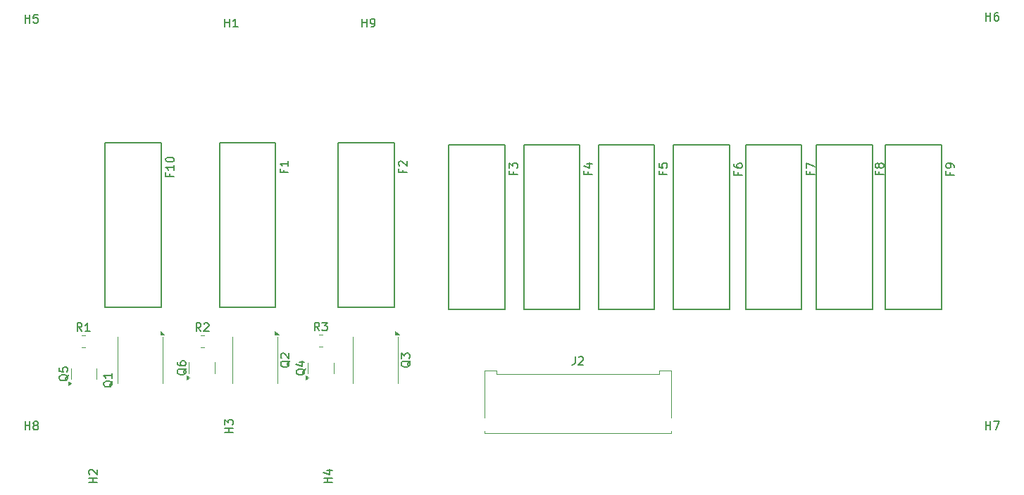
<source format=gbr>
%TF.GenerationSoftware,KiCad,Pcbnew,9.0.4*%
%TF.CreationDate,2026-02-19T19:41:56-08:00*%
%TF.ProjectId,Power_board,506f7765-725f-4626-9f61-72642e6b6963,rev?*%
%TF.SameCoordinates,Original*%
%TF.FileFunction,Legend,Top*%
%TF.FilePolarity,Positive*%
%FSLAX46Y46*%
G04 Gerber Fmt 4.6, Leading zero omitted, Abs format (unit mm)*
G04 Created by KiCad (PCBNEW 9.0.4) date 2026-02-19 19:41:56*
%MOMM*%
%LPD*%
G01*
G04 APERTURE LIST*
%ADD10C,0.150000*%
%ADD11C,0.127000*%
%ADD12C,0.120000*%
G04 APERTURE END LIST*
D10*
X158238095Y-36904819D02*
X158238095Y-35904819D01*
X158238095Y-36381009D02*
X158809523Y-36381009D01*
X158809523Y-36904819D02*
X158809523Y-35904819D01*
X159714285Y-35904819D02*
X159523809Y-35904819D01*
X159523809Y-35904819D02*
X159428571Y-35952438D01*
X159428571Y-35952438D02*
X159380952Y-36000057D01*
X159380952Y-36000057D02*
X159285714Y-36142914D01*
X159285714Y-36142914D02*
X159238095Y-36333390D01*
X159238095Y-36333390D02*
X159238095Y-36714342D01*
X159238095Y-36714342D02*
X159285714Y-36809580D01*
X159285714Y-36809580D02*
X159333333Y-36857200D01*
X159333333Y-36857200D02*
X159428571Y-36904819D01*
X159428571Y-36904819D02*
X159619047Y-36904819D01*
X159619047Y-36904819D02*
X159714285Y-36857200D01*
X159714285Y-36857200D02*
X159761904Y-36809580D01*
X159761904Y-36809580D02*
X159809523Y-36714342D01*
X159809523Y-36714342D02*
X159809523Y-36476247D01*
X159809523Y-36476247D02*
X159761904Y-36381009D01*
X159761904Y-36381009D02*
X159714285Y-36333390D01*
X159714285Y-36333390D02*
X159619047Y-36285771D01*
X159619047Y-36285771D02*
X159428571Y-36285771D01*
X159428571Y-36285771D02*
X159333333Y-36333390D01*
X159333333Y-36333390D02*
X159285714Y-36381009D01*
X159285714Y-36381009D02*
X159238095Y-36476247D01*
X110426009Y-55083333D02*
X110426009Y-55416666D01*
X110949819Y-55416666D02*
X109949819Y-55416666D01*
X109949819Y-55416666D02*
X109949819Y-54940476D01*
X110283152Y-54130952D02*
X110949819Y-54130952D01*
X109902200Y-54369047D02*
X110616485Y-54607142D01*
X110616485Y-54607142D02*
X110616485Y-53988095D01*
X108866666Y-77344819D02*
X108866666Y-78059104D01*
X108866666Y-78059104D02*
X108819047Y-78201961D01*
X108819047Y-78201961D02*
X108723809Y-78297200D01*
X108723809Y-78297200D02*
X108580952Y-78344819D01*
X108580952Y-78344819D02*
X108485714Y-78344819D01*
X109295238Y-77440057D02*
X109342857Y-77392438D01*
X109342857Y-77392438D02*
X109438095Y-77344819D01*
X109438095Y-77344819D02*
X109676190Y-77344819D01*
X109676190Y-77344819D02*
X109771428Y-77392438D01*
X109771428Y-77392438D02*
X109819047Y-77440057D01*
X109819047Y-77440057D02*
X109866666Y-77535295D01*
X109866666Y-77535295D02*
X109866666Y-77630533D01*
X109866666Y-77630533D02*
X109819047Y-77773390D01*
X109819047Y-77773390D02*
X109247619Y-78344819D01*
X109247619Y-78344819D02*
X109866666Y-78344819D01*
X73876009Y-54848333D02*
X73876009Y-55181666D01*
X74399819Y-55181666D02*
X73399819Y-55181666D01*
X73399819Y-55181666D02*
X73399819Y-54705476D01*
X74399819Y-53800714D02*
X74399819Y-54372142D01*
X74399819Y-54086428D02*
X73399819Y-54086428D01*
X73399819Y-54086428D02*
X73542676Y-54181666D01*
X73542676Y-54181666D02*
X73637914Y-54276904D01*
X73637914Y-54276904D02*
X73685533Y-54372142D01*
X63883333Y-74299819D02*
X63550000Y-73823628D01*
X63311905Y-74299819D02*
X63311905Y-73299819D01*
X63311905Y-73299819D02*
X63692857Y-73299819D01*
X63692857Y-73299819D02*
X63788095Y-73347438D01*
X63788095Y-73347438D02*
X63835714Y-73395057D01*
X63835714Y-73395057D02*
X63883333Y-73490295D01*
X63883333Y-73490295D02*
X63883333Y-73633152D01*
X63883333Y-73633152D02*
X63835714Y-73728390D01*
X63835714Y-73728390D02*
X63788095Y-73776009D01*
X63788095Y-73776009D02*
X63692857Y-73823628D01*
X63692857Y-73823628D02*
X63311905Y-73823628D01*
X64264286Y-73395057D02*
X64311905Y-73347438D01*
X64311905Y-73347438D02*
X64407143Y-73299819D01*
X64407143Y-73299819D02*
X64645238Y-73299819D01*
X64645238Y-73299819D02*
X64740476Y-73347438D01*
X64740476Y-73347438D02*
X64788095Y-73395057D01*
X64788095Y-73395057D02*
X64835714Y-73490295D01*
X64835714Y-73490295D02*
X64835714Y-73585533D01*
X64835714Y-73585533D02*
X64788095Y-73728390D01*
X64788095Y-73728390D02*
X64216667Y-74299819D01*
X64216667Y-74299819D02*
X64835714Y-74299819D01*
X78123333Y-74229819D02*
X77790000Y-73753628D01*
X77551905Y-74229819D02*
X77551905Y-73229819D01*
X77551905Y-73229819D02*
X77932857Y-73229819D01*
X77932857Y-73229819D02*
X78028095Y-73277438D01*
X78028095Y-73277438D02*
X78075714Y-73325057D01*
X78075714Y-73325057D02*
X78123333Y-73420295D01*
X78123333Y-73420295D02*
X78123333Y-73563152D01*
X78123333Y-73563152D02*
X78075714Y-73658390D01*
X78075714Y-73658390D02*
X78028095Y-73706009D01*
X78028095Y-73706009D02*
X77932857Y-73753628D01*
X77932857Y-73753628D02*
X77551905Y-73753628D01*
X78456667Y-73229819D02*
X79075714Y-73229819D01*
X79075714Y-73229819D02*
X78742381Y-73610771D01*
X78742381Y-73610771D02*
X78885238Y-73610771D01*
X78885238Y-73610771D02*
X78980476Y-73658390D01*
X78980476Y-73658390D02*
X79028095Y-73706009D01*
X79028095Y-73706009D02*
X79075714Y-73801247D01*
X79075714Y-73801247D02*
X79075714Y-74039342D01*
X79075714Y-74039342D02*
X79028095Y-74134580D01*
X79028095Y-74134580D02*
X78980476Y-74182200D01*
X78980476Y-74182200D02*
X78885238Y-74229819D01*
X78885238Y-74229819D02*
X78599524Y-74229819D01*
X78599524Y-74229819D02*
X78504286Y-74182200D01*
X78504286Y-74182200D02*
X78456667Y-74134580D01*
X101426009Y-55083333D02*
X101426009Y-55416666D01*
X101949819Y-55416666D02*
X100949819Y-55416666D01*
X100949819Y-55416666D02*
X100949819Y-54940476D01*
X100949819Y-54654761D02*
X100949819Y-54035714D01*
X100949819Y-54035714D02*
X101330771Y-54369047D01*
X101330771Y-54369047D02*
X101330771Y-54226190D01*
X101330771Y-54226190D02*
X101378390Y-54130952D01*
X101378390Y-54130952D02*
X101426009Y-54083333D01*
X101426009Y-54083333D02*
X101521247Y-54035714D01*
X101521247Y-54035714D02*
X101759342Y-54035714D01*
X101759342Y-54035714D02*
X101854580Y-54083333D01*
X101854580Y-54083333D02*
X101902200Y-54130952D01*
X101902200Y-54130952D02*
X101949819Y-54226190D01*
X101949819Y-54226190D02*
X101949819Y-54511904D01*
X101949819Y-54511904D02*
X101902200Y-54607142D01*
X101902200Y-54607142D02*
X101854580Y-54654761D01*
X158238095Y-86154819D02*
X158238095Y-85154819D01*
X158238095Y-85631009D02*
X158809523Y-85631009D01*
X158809523Y-86154819D02*
X158809523Y-85154819D01*
X159190476Y-85154819D02*
X159857142Y-85154819D01*
X159857142Y-85154819D02*
X159428571Y-86154819D01*
X119426009Y-55083333D02*
X119426009Y-55416666D01*
X119949819Y-55416666D02*
X118949819Y-55416666D01*
X118949819Y-55416666D02*
X118949819Y-54940476D01*
X118949819Y-54083333D02*
X118949819Y-54559523D01*
X118949819Y-54559523D02*
X119426009Y-54607142D01*
X119426009Y-54607142D02*
X119378390Y-54559523D01*
X119378390Y-54559523D02*
X119330771Y-54464285D01*
X119330771Y-54464285D02*
X119330771Y-54226190D01*
X119330771Y-54226190D02*
X119378390Y-54130952D01*
X119378390Y-54130952D02*
X119426009Y-54083333D01*
X119426009Y-54083333D02*
X119521247Y-54035714D01*
X119521247Y-54035714D02*
X119759342Y-54035714D01*
X119759342Y-54035714D02*
X119854580Y-54083333D01*
X119854580Y-54083333D02*
X119902200Y-54130952D01*
X119902200Y-54130952D02*
X119949819Y-54226190D01*
X119949819Y-54226190D02*
X119949819Y-54464285D01*
X119949819Y-54464285D02*
X119902200Y-54559523D01*
X119902200Y-54559523D02*
X119854580Y-54607142D01*
X42738095Y-86154819D02*
X42738095Y-85154819D01*
X42738095Y-85631009D02*
X43309523Y-85631009D01*
X43309523Y-86154819D02*
X43309523Y-85154819D01*
X43928571Y-85583390D02*
X43833333Y-85535771D01*
X43833333Y-85535771D02*
X43785714Y-85488152D01*
X43785714Y-85488152D02*
X43738095Y-85392914D01*
X43738095Y-85392914D02*
X43738095Y-85345295D01*
X43738095Y-85345295D02*
X43785714Y-85250057D01*
X43785714Y-85250057D02*
X43833333Y-85202438D01*
X43833333Y-85202438D02*
X43928571Y-85154819D01*
X43928571Y-85154819D02*
X44119047Y-85154819D01*
X44119047Y-85154819D02*
X44214285Y-85202438D01*
X44214285Y-85202438D02*
X44261904Y-85250057D01*
X44261904Y-85250057D02*
X44309523Y-85345295D01*
X44309523Y-85345295D02*
X44309523Y-85392914D01*
X44309523Y-85392914D02*
X44261904Y-85488152D01*
X44261904Y-85488152D02*
X44214285Y-85535771D01*
X44214285Y-85535771D02*
X44119047Y-85583390D01*
X44119047Y-85583390D02*
X43928571Y-85583390D01*
X43928571Y-85583390D02*
X43833333Y-85631009D01*
X43833333Y-85631009D02*
X43785714Y-85678628D01*
X43785714Y-85678628D02*
X43738095Y-85773866D01*
X43738095Y-85773866D02*
X43738095Y-85964342D01*
X43738095Y-85964342D02*
X43785714Y-86059580D01*
X43785714Y-86059580D02*
X43833333Y-86107200D01*
X43833333Y-86107200D02*
X43928571Y-86154819D01*
X43928571Y-86154819D02*
X44119047Y-86154819D01*
X44119047Y-86154819D02*
X44214285Y-86107200D01*
X44214285Y-86107200D02*
X44261904Y-86059580D01*
X44261904Y-86059580D02*
X44309523Y-85964342D01*
X44309523Y-85964342D02*
X44309523Y-85773866D01*
X44309523Y-85773866D02*
X44261904Y-85678628D01*
X44261904Y-85678628D02*
X44214285Y-85631009D01*
X44214285Y-85631009D02*
X44119047Y-85583390D01*
X42738095Y-37154819D02*
X42738095Y-36154819D01*
X42738095Y-36631009D02*
X43309523Y-36631009D01*
X43309523Y-37154819D02*
X43309523Y-36154819D01*
X44261904Y-36154819D02*
X43785714Y-36154819D01*
X43785714Y-36154819D02*
X43738095Y-36631009D01*
X43738095Y-36631009D02*
X43785714Y-36583390D01*
X43785714Y-36583390D02*
X43880952Y-36535771D01*
X43880952Y-36535771D02*
X44119047Y-36535771D01*
X44119047Y-36535771D02*
X44214285Y-36583390D01*
X44214285Y-36583390D02*
X44261904Y-36631009D01*
X44261904Y-36631009D02*
X44309523Y-36726247D01*
X44309523Y-36726247D02*
X44309523Y-36964342D01*
X44309523Y-36964342D02*
X44261904Y-37059580D01*
X44261904Y-37059580D02*
X44214285Y-37107200D01*
X44214285Y-37107200D02*
X44119047Y-37154819D01*
X44119047Y-37154819D02*
X43880952Y-37154819D01*
X43880952Y-37154819D02*
X43785714Y-37107200D01*
X43785714Y-37107200D02*
X43738095Y-37059580D01*
X79654819Y-92511904D02*
X78654819Y-92511904D01*
X79131009Y-92511904D02*
X79131009Y-91940476D01*
X79654819Y-91940476D02*
X78654819Y-91940476D01*
X78988152Y-91035714D02*
X79654819Y-91035714D01*
X78607200Y-91273809D02*
X79321485Y-91511904D01*
X79321485Y-91511904D02*
X79321485Y-90892857D01*
X145431009Y-55098333D02*
X145431009Y-55431666D01*
X145954819Y-55431666D02*
X144954819Y-55431666D01*
X144954819Y-55431666D02*
X144954819Y-54955476D01*
X145383390Y-54431666D02*
X145335771Y-54526904D01*
X145335771Y-54526904D02*
X145288152Y-54574523D01*
X145288152Y-54574523D02*
X145192914Y-54622142D01*
X145192914Y-54622142D02*
X145145295Y-54622142D01*
X145145295Y-54622142D02*
X145050057Y-54574523D01*
X145050057Y-54574523D02*
X145002438Y-54526904D01*
X145002438Y-54526904D02*
X144954819Y-54431666D01*
X144954819Y-54431666D02*
X144954819Y-54241190D01*
X144954819Y-54241190D02*
X145002438Y-54145952D01*
X145002438Y-54145952D02*
X145050057Y-54098333D01*
X145050057Y-54098333D02*
X145145295Y-54050714D01*
X145145295Y-54050714D02*
X145192914Y-54050714D01*
X145192914Y-54050714D02*
X145288152Y-54098333D01*
X145288152Y-54098333D02*
X145335771Y-54145952D01*
X145335771Y-54145952D02*
X145383390Y-54241190D01*
X145383390Y-54241190D02*
X145383390Y-54431666D01*
X145383390Y-54431666D02*
X145431009Y-54526904D01*
X145431009Y-54526904D02*
X145478628Y-54574523D01*
X145478628Y-54574523D02*
X145573866Y-54622142D01*
X145573866Y-54622142D02*
X145764342Y-54622142D01*
X145764342Y-54622142D02*
X145859580Y-54574523D01*
X145859580Y-54574523D02*
X145907200Y-54526904D01*
X145907200Y-54526904D02*
X145954819Y-54431666D01*
X145954819Y-54431666D02*
X145954819Y-54241190D01*
X145954819Y-54241190D02*
X145907200Y-54145952D01*
X145907200Y-54145952D02*
X145859580Y-54098333D01*
X145859580Y-54098333D02*
X145764342Y-54050714D01*
X145764342Y-54050714D02*
X145573866Y-54050714D01*
X145573866Y-54050714D02*
X145478628Y-54098333D01*
X145478628Y-54098333D02*
X145431009Y-54145952D01*
X145431009Y-54145952D02*
X145383390Y-54241190D01*
X51404819Y-92511904D02*
X50404819Y-92511904D01*
X50881009Y-92511904D02*
X50881009Y-91940476D01*
X51404819Y-91940476D02*
X50404819Y-91940476D01*
X50500057Y-91511904D02*
X50452438Y-91464285D01*
X50452438Y-91464285D02*
X50404819Y-91369047D01*
X50404819Y-91369047D02*
X50404819Y-91130952D01*
X50404819Y-91130952D02*
X50452438Y-91035714D01*
X50452438Y-91035714D02*
X50500057Y-90988095D01*
X50500057Y-90988095D02*
X50595295Y-90940476D01*
X50595295Y-90940476D02*
X50690533Y-90940476D01*
X50690533Y-90940476D02*
X50833390Y-90988095D01*
X50833390Y-90988095D02*
X51404819Y-91559523D01*
X51404819Y-91559523D02*
X51404819Y-90940476D01*
X128426009Y-55113333D02*
X128426009Y-55446666D01*
X128949819Y-55446666D02*
X127949819Y-55446666D01*
X127949819Y-55446666D02*
X127949819Y-54970476D01*
X127949819Y-54160952D02*
X127949819Y-54351428D01*
X127949819Y-54351428D02*
X127997438Y-54446666D01*
X127997438Y-54446666D02*
X128045057Y-54494285D01*
X128045057Y-54494285D02*
X128187914Y-54589523D01*
X128187914Y-54589523D02*
X128378390Y-54637142D01*
X128378390Y-54637142D02*
X128759342Y-54637142D01*
X128759342Y-54637142D02*
X128854580Y-54589523D01*
X128854580Y-54589523D02*
X128902200Y-54541904D01*
X128902200Y-54541904D02*
X128949819Y-54446666D01*
X128949819Y-54446666D02*
X128949819Y-54256190D01*
X128949819Y-54256190D02*
X128902200Y-54160952D01*
X128902200Y-54160952D02*
X128854580Y-54113333D01*
X128854580Y-54113333D02*
X128759342Y-54065714D01*
X128759342Y-54065714D02*
X128521247Y-54065714D01*
X128521247Y-54065714D02*
X128426009Y-54113333D01*
X128426009Y-54113333D02*
X128378390Y-54160952D01*
X128378390Y-54160952D02*
X128330771Y-54256190D01*
X128330771Y-54256190D02*
X128330771Y-54446666D01*
X128330771Y-54446666D02*
X128378390Y-54541904D01*
X128378390Y-54541904D02*
X128426009Y-54589523D01*
X128426009Y-54589523D02*
X128521247Y-54637142D01*
X153926009Y-55113333D02*
X153926009Y-55446666D01*
X154449819Y-55446666D02*
X153449819Y-55446666D01*
X153449819Y-55446666D02*
X153449819Y-54970476D01*
X154449819Y-54541904D02*
X154449819Y-54351428D01*
X154449819Y-54351428D02*
X154402200Y-54256190D01*
X154402200Y-54256190D02*
X154354580Y-54208571D01*
X154354580Y-54208571D02*
X154211723Y-54113333D01*
X154211723Y-54113333D02*
X154021247Y-54065714D01*
X154021247Y-54065714D02*
X153640295Y-54065714D01*
X153640295Y-54065714D02*
X153545057Y-54113333D01*
X153545057Y-54113333D02*
X153497438Y-54160952D01*
X153497438Y-54160952D02*
X153449819Y-54256190D01*
X153449819Y-54256190D02*
X153449819Y-54446666D01*
X153449819Y-54446666D02*
X153497438Y-54541904D01*
X153497438Y-54541904D02*
X153545057Y-54589523D01*
X153545057Y-54589523D02*
X153640295Y-54637142D01*
X153640295Y-54637142D02*
X153878390Y-54637142D01*
X153878390Y-54637142D02*
X153973628Y-54589523D01*
X153973628Y-54589523D02*
X154021247Y-54541904D01*
X154021247Y-54541904D02*
X154068866Y-54446666D01*
X154068866Y-54446666D02*
X154068866Y-54256190D01*
X154068866Y-54256190D02*
X154021247Y-54160952D01*
X154021247Y-54160952D02*
X153973628Y-54113333D01*
X153973628Y-54113333D02*
X153878390Y-54065714D01*
X49583333Y-74284819D02*
X49250000Y-73808628D01*
X49011905Y-74284819D02*
X49011905Y-73284819D01*
X49011905Y-73284819D02*
X49392857Y-73284819D01*
X49392857Y-73284819D02*
X49488095Y-73332438D01*
X49488095Y-73332438D02*
X49535714Y-73380057D01*
X49535714Y-73380057D02*
X49583333Y-73475295D01*
X49583333Y-73475295D02*
X49583333Y-73618152D01*
X49583333Y-73618152D02*
X49535714Y-73713390D01*
X49535714Y-73713390D02*
X49488095Y-73761009D01*
X49488095Y-73761009D02*
X49392857Y-73808628D01*
X49392857Y-73808628D02*
X49011905Y-73808628D01*
X50535714Y-74284819D02*
X49964286Y-74284819D01*
X50250000Y-74284819D02*
X50250000Y-73284819D01*
X50250000Y-73284819D02*
X50154762Y-73427676D01*
X50154762Y-73427676D02*
X50059524Y-73522914D01*
X50059524Y-73522914D02*
X49964286Y-73570533D01*
X74580057Y-77845238D02*
X74532438Y-77940476D01*
X74532438Y-77940476D02*
X74437200Y-78035714D01*
X74437200Y-78035714D02*
X74294342Y-78178571D01*
X74294342Y-78178571D02*
X74246723Y-78273809D01*
X74246723Y-78273809D02*
X74246723Y-78369047D01*
X74484819Y-78321428D02*
X74437200Y-78416666D01*
X74437200Y-78416666D02*
X74341961Y-78511904D01*
X74341961Y-78511904D02*
X74151485Y-78559523D01*
X74151485Y-78559523D02*
X73818152Y-78559523D01*
X73818152Y-78559523D02*
X73627676Y-78511904D01*
X73627676Y-78511904D02*
X73532438Y-78416666D01*
X73532438Y-78416666D02*
X73484819Y-78321428D01*
X73484819Y-78321428D02*
X73484819Y-78130952D01*
X73484819Y-78130952D02*
X73532438Y-78035714D01*
X73532438Y-78035714D02*
X73627676Y-77940476D01*
X73627676Y-77940476D02*
X73818152Y-77892857D01*
X73818152Y-77892857D02*
X74151485Y-77892857D01*
X74151485Y-77892857D02*
X74341961Y-77940476D01*
X74341961Y-77940476D02*
X74437200Y-78035714D01*
X74437200Y-78035714D02*
X74484819Y-78130952D01*
X74484819Y-78130952D02*
X74484819Y-78321428D01*
X73580057Y-77511904D02*
X73532438Y-77464285D01*
X73532438Y-77464285D02*
X73484819Y-77369047D01*
X73484819Y-77369047D02*
X73484819Y-77130952D01*
X73484819Y-77130952D02*
X73532438Y-77035714D01*
X73532438Y-77035714D02*
X73580057Y-76988095D01*
X73580057Y-76988095D02*
X73675295Y-76940476D01*
X73675295Y-76940476D02*
X73770533Y-76940476D01*
X73770533Y-76940476D02*
X73913390Y-76988095D01*
X73913390Y-76988095D02*
X74484819Y-77559523D01*
X74484819Y-77559523D02*
X74484819Y-76940476D01*
X83238095Y-37654819D02*
X83238095Y-36654819D01*
X83238095Y-37131009D02*
X83809523Y-37131009D01*
X83809523Y-37654819D02*
X83809523Y-36654819D01*
X84333333Y-37654819D02*
X84523809Y-37654819D01*
X84523809Y-37654819D02*
X84619047Y-37607200D01*
X84619047Y-37607200D02*
X84666666Y-37559580D01*
X84666666Y-37559580D02*
X84761904Y-37416723D01*
X84761904Y-37416723D02*
X84809523Y-37226247D01*
X84809523Y-37226247D02*
X84809523Y-36845295D01*
X84809523Y-36845295D02*
X84761904Y-36750057D01*
X84761904Y-36750057D02*
X84714285Y-36702438D01*
X84714285Y-36702438D02*
X84619047Y-36654819D01*
X84619047Y-36654819D02*
X84428571Y-36654819D01*
X84428571Y-36654819D02*
X84333333Y-36702438D01*
X84333333Y-36702438D02*
X84285714Y-36750057D01*
X84285714Y-36750057D02*
X84238095Y-36845295D01*
X84238095Y-36845295D02*
X84238095Y-37083390D01*
X84238095Y-37083390D02*
X84285714Y-37178628D01*
X84285714Y-37178628D02*
X84333333Y-37226247D01*
X84333333Y-37226247D02*
X84428571Y-37273866D01*
X84428571Y-37273866D02*
X84619047Y-37273866D01*
X84619047Y-37273866D02*
X84714285Y-37226247D01*
X84714285Y-37226247D02*
X84761904Y-37178628D01*
X84761904Y-37178628D02*
X84809523Y-37083390D01*
X89080057Y-77845238D02*
X89032438Y-77940476D01*
X89032438Y-77940476D02*
X88937200Y-78035714D01*
X88937200Y-78035714D02*
X88794342Y-78178571D01*
X88794342Y-78178571D02*
X88746723Y-78273809D01*
X88746723Y-78273809D02*
X88746723Y-78369047D01*
X88984819Y-78321428D02*
X88937200Y-78416666D01*
X88937200Y-78416666D02*
X88841961Y-78511904D01*
X88841961Y-78511904D02*
X88651485Y-78559523D01*
X88651485Y-78559523D02*
X88318152Y-78559523D01*
X88318152Y-78559523D02*
X88127676Y-78511904D01*
X88127676Y-78511904D02*
X88032438Y-78416666D01*
X88032438Y-78416666D02*
X87984819Y-78321428D01*
X87984819Y-78321428D02*
X87984819Y-78130952D01*
X87984819Y-78130952D02*
X88032438Y-78035714D01*
X88032438Y-78035714D02*
X88127676Y-77940476D01*
X88127676Y-77940476D02*
X88318152Y-77892857D01*
X88318152Y-77892857D02*
X88651485Y-77892857D01*
X88651485Y-77892857D02*
X88841961Y-77940476D01*
X88841961Y-77940476D02*
X88937200Y-78035714D01*
X88937200Y-78035714D02*
X88984819Y-78130952D01*
X88984819Y-78130952D02*
X88984819Y-78321428D01*
X87984819Y-77559523D02*
X87984819Y-76940476D01*
X87984819Y-76940476D02*
X88365771Y-77273809D01*
X88365771Y-77273809D02*
X88365771Y-77130952D01*
X88365771Y-77130952D02*
X88413390Y-77035714D01*
X88413390Y-77035714D02*
X88461009Y-76988095D01*
X88461009Y-76988095D02*
X88556247Y-76940476D01*
X88556247Y-76940476D02*
X88794342Y-76940476D01*
X88794342Y-76940476D02*
X88889580Y-76988095D01*
X88889580Y-76988095D02*
X88937200Y-77035714D01*
X88937200Y-77035714D02*
X88984819Y-77130952D01*
X88984819Y-77130952D02*
X88984819Y-77416666D01*
X88984819Y-77416666D02*
X88937200Y-77511904D01*
X88937200Y-77511904D02*
X88889580Y-77559523D01*
X66738095Y-37654819D02*
X66738095Y-36654819D01*
X66738095Y-37131009D02*
X67309523Y-37131009D01*
X67309523Y-37654819D02*
X67309523Y-36654819D01*
X68309523Y-37654819D02*
X67738095Y-37654819D01*
X68023809Y-37654819D02*
X68023809Y-36654819D01*
X68023809Y-36654819D02*
X67928571Y-36797676D01*
X67928571Y-36797676D02*
X67833333Y-36892914D01*
X67833333Y-36892914D02*
X67738095Y-36940533D01*
X53270057Y-80265238D02*
X53222438Y-80360476D01*
X53222438Y-80360476D02*
X53127200Y-80455714D01*
X53127200Y-80455714D02*
X52984342Y-80598571D01*
X52984342Y-80598571D02*
X52936723Y-80693809D01*
X52936723Y-80693809D02*
X52936723Y-80789047D01*
X53174819Y-80741428D02*
X53127200Y-80836666D01*
X53127200Y-80836666D02*
X53031961Y-80931904D01*
X53031961Y-80931904D02*
X52841485Y-80979523D01*
X52841485Y-80979523D02*
X52508152Y-80979523D01*
X52508152Y-80979523D02*
X52317676Y-80931904D01*
X52317676Y-80931904D02*
X52222438Y-80836666D01*
X52222438Y-80836666D02*
X52174819Y-80741428D01*
X52174819Y-80741428D02*
X52174819Y-80550952D01*
X52174819Y-80550952D02*
X52222438Y-80455714D01*
X52222438Y-80455714D02*
X52317676Y-80360476D01*
X52317676Y-80360476D02*
X52508152Y-80312857D01*
X52508152Y-80312857D02*
X52841485Y-80312857D01*
X52841485Y-80312857D02*
X53031961Y-80360476D01*
X53031961Y-80360476D02*
X53127200Y-80455714D01*
X53127200Y-80455714D02*
X53174819Y-80550952D01*
X53174819Y-80550952D02*
X53174819Y-80741428D01*
X53174819Y-79360476D02*
X53174819Y-79931904D01*
X53174819Y-79646190D02*
X52174819Y-79646190D01*
X52174819Y-79646190D02*
X52317676Y-79741428D01*
X52317676Y-79741428D02*
X52412914Y-79836666D01*
X52412914Y-79836666D02*
X52460533Y-79931904D01*
X67754819Y-86511904D02*
X66754819Y-86511904D01*
X67231009Y-86511904D02*
X67231009Y-85940476D01*
X67754819Y-85940476D02*
X66754819Y-85940476D01*
X66754819Y-85559523D02*
X66754819Y-84940476D01*
X66754819Y-84940476D02*
X67135771Y-85273809D01*
X67135771Y-85273809D02*
X67135771Y-85130952D01*
X67135771Y-85130952D02*
X67183390Y-85035714D01*
X67183390Y-85035714D02*
X67231009Y-84988095D01*
X67231009Y-84988095D02*
X67326247Y-84940476D01*
X67326247Y-84940476D02*
X67564342Y-84940476D01*
X67564342Y-84940476D02*
X67659580Y-84988095D01*
X67659580Y-84988095D02*
X67707200Y-85035714D01*
X67707200Y-85035714D02*
X67754819Y-85130952D01*
X67754819Y-85130952D02*
X67754819Y-85416666D01*
X67754819Y-85416666D02*
X67707200Y-85511904D01*
X67707200Y-85511904D02*
X67659580Y-85559523D01*
X88126009Y-54848333D02*
X88126009Y-55181666D01*
X88649819Y-55181666D02*
X87649819Y-55181666D01*
X87649819Y-55181666D02*
X87649819Y-54705476D01*
X87745057Y-54372142D02*
X87697438Y-54324523D01*
X87697438Y-54324523D02*
X87649819Y-54229285D01*
X87649819Y-54229285D02*
X87649819Y-53991190D01*
X87649819Y-53991190D02*
X87697438Y-53895952D01*
X87697438Y-53895952D02*
X87745057Y-53848333D01*
X87745057Y-53848333D02*
X87840295Y-53800714D01*
X87840295Y-53800714D02*
X87935533Y-53800714D01*
X87935533Y-53800714D02*
X88078390Y-53848333D01*
X88078390Y-53848333D02*
X88649819Y-54419761D01*
X88649819Y-54419761D02*
X88649819Y-53800714D01*
X62150057Y-78777738D02*
X62102438Y-78872976D01*
X62102438Y-78872976D02*
X62007200Y-78968214D01*
X62007200Y-78968214D02*
X61864342Y-79111071D01*
X61864342Y-79111071D02*
X61816723Y-79206309D01*
X61816723Y-79206309D02*
X61816723Y-79301547D01*
X62054819Y-79253928D02*
X62007200Y-79349166D01*
X62007200Y-79349166D02*
X61911961Y-79444404D01*
X61911961Y-79444404D02*
X61721485Y-79492023D01*
X61721485Y-79492023D02*
X61388152Y-79492023D01*
X61388152Y-79492023D02*
X61197676Y-79444404D01*
X61197676Y-79444404D02*
X61102438Y-79349166D01*
X61102438Y-79349166D02*
X61054819Y-79253928D01*
X61054819Y-79253928D02*
X61054819Y-79063452D01*
X61054819Y-79063452D02*
X61102438Y-78968214D01*
X61102438Y-78968214D02*
X61197676Y-78872976D01*
X61197676Y-78872976D02*
X61388152Y-78825357D01*
X61388152Y-78825357D02*
X61721485Y-78825357D01*
X61721485Y-78825357D02*
X61911961Y-78872976D01*
X61911961Y-78872976D02*
X62007200Y-78968214D01*
X62007200Y-78968214D02*
X62054819Y-79063452D01*
X62054819Y-79063452D02*
X62054819Y-79253928D01*
X61054819Y-77968214D02*
X61054819Y-78158690D01*
X61054819Y-78158690D02*
X61102438Y-78253928D01*
X61102438Y-78253928D02*
X61150057Y-78301547D01*
X61150057Y-78301547D02*
X61292914Y-78396785D01*
X61292914Y-78396785D02*
X61483390Y-78444404D01*
X61483390Y-78444404D02*
X61864342Y-78444404D01*
X61864342Y-78444404D02*
X61959580Y-78396785D01*
X61959580Y-78396785D02*
X62007200Y-78349166D01*
X62007200Y-78349166D02*
X62054819Y-78253928D01*
X62054819Y-78253928D02*
X62054819Y-78063452D01*
X62054819Y-78063452D02*
X62007200Y-77968214D01*
X62007200Y-77968214D02*
X61959580Y-77920595D01*
X61959580Y-77920595D02*
X61864342Y-77872976D01*
X61864342Y-77872976D02*
X61626247Y-77872976D01*
X61626247Y-77872976D02*
X61531009Y-77920595D01*
X61531009Y-77920595D02*
X61483390Y-77968214D01*
X61483390Y-77968214D02*
X61435771Y-78063452D01*
X61435771Y-78063452D02*
X61435771Y-78253928D01*
X61435771Y-78253928D02*
X61483390Y-78349166D01*
X61483390Y-78349166D02*
X61531009Y-78396785D01*
X61531009Y-78396785D02*
X61626247Y-78444404D01*
X60126009Y-55324523D02*
X60126009Y-55657856D01*
X60649819Y-55657856D02*
X59649819Y-55657856D01*
X59649819Y-55657856D02*
X59649819Y-55181666D01*
X60649819Y-54276904D02*
X60649819Y-54848332D01*
X60649819Y-54562618D02*
X59649819Y-54562618D01*
X59649819Y-54562618D02*
X59792676Y-54657856D01*
X59792676Y-54657856D02*
X59887914Y-54753094D01*
X59887914Y-54753094D02*
X59935533Y-54848332D01*
X59649819Y-53657856D02*
X59649819Y-53562618D01*
X59649819Y-53562618D02*
X59697438Y-53467380D01*
X59697438Y-53467380D02*
X59745057Y-53419761D01*
X59745057Y-53419761D02*
X59840295Y-53372142D01*
X59840295Y-53372142D02*
X60030771Y-53324523D01*
X60030771Y-53324523D02*
X60268866Y-53324523D01*
X60268866Y-53324523D02*
X60459342Y-53372142D01*
X60459342Y-53372142D02*
X60554580Y-53419761D01*
X60554580Y-53419761D02*
X60602200Y-53467380D01*
X60602200Y-53467380D02*
X60649819Y-53562618D01*
X60649819Y-53562618D02*
X60649819Y-53657856D01*
X60649819Y-53657856D02*
X60602200Y-53753094D01*
X60602200Y-53753094D02*
X60554580Y-53800713D01*
X60554580Y-53800713D02*
X60459342Y-53848332D01*
X60459342Y-53848332D02*
X60268866Y-53895951D01*
X60268866Y-53895951D02*
X60030771Y-53895951D01*
X60030771Y-53895951D02*
X59840295Y-53848332D01*
X59840295Y-53848332D02*
X59745057Y-53800713D01*
X59745057Y-53800713D02*
X59697438Y-53753094D01*
X59697438Y-53753094D02*
X59649819Y-53657856D01*
X47950057Y-79512738D02*
X47902438Y-79607976D01*
X47902438Y-79607976D02*
X47807200Y-79703214D01*
X47807200Y-79703214D02*
X47664342Y-79846071D01*
X47664342Y-79846071D02*
X47616723Y-79941309D01*
X47616723Y-79941309D02*
X47616723Y-80036547D01*
X47854819Y-79988928D02*
X47807200Y-80084166D01*
X47807200Y-80084166D02*
X47711961Y-80179404D01*
X47711961Y-80179404D02*
X47521485Y-80227023D01*
X47521485Y-80227023D02*
X47188152Y-80227023D01*
X47188152Y-80227023D02*
X46997676Y-80179404D01*
X46997676Y-80179404D02*
X46902438Y-80084166D01*
X46902438Y-80084166D02*
X46854819Y-79988928D01*
X46854819Y-79988928D02*
X46854819Y-79798452D01*
X46854819Y-79798452D02*
X46902438Y-79703214D01*
X46902438Y-79703214D02*
X46997676Y-79607976D01*
X46997676Y-79607976D02*
X47188152Y-79560357D01*
X47188152Y-79560357D02*
X47521485Y-79560357D01*
X47521485Y-79560357D02*
X47711961Y-79607976D01*
X47711961Y-79607976D02*
X47807200Y-79703214D01*
X47807200Y-79703214D02*
X47854819Y-79798452D01*
X47854819Y-79798452D02*
X47854819Y-79988928D01*
X46854819Y-78655595D02*
X46854819Y-79131785D01*
X46854819Y-79131785D02*
X47331009Y-79179404D01*
X47331009Y-79179404D02*
X47283390Y-79131785D01*
X47283390Y-79131785D02*
X47235771Y-79036547D01*
X47235771Y-79036547D02*
X47235771Y-78798452D01*
X47235771Y-78798452D02*
X47283390Y-78703214D01*
X47283390Y-78703214D02*
X47331009Y-78655595D01*
X47331009Y-78655595D02*
X47426247Y-78607976D01*
X47426247Y-78607976D02*
X47664342Y-78607976D01*
X47664342Y-78607976D02*
X47759580Y-78655595D01*
X47759580Y-78655595D02*
X47807200Y-78703214D01*
X47807200Y-78703214D02*
X47854819Y-78798452D01*
X47854819Y-78798452D02*
X47854819Y-79036547D01*
X47854819Y-79036547D02*
X47807200Y-79131785D01*
X47807200Y-79131785D02*
X47759580Y-79179404D01*
X137126009Y-55098333D02*
X137126009Y-55431666D01*
X137649819Y-55431666D02*
X136649819Y-55431666D01*
X136649819Y-55431666D02*
X136649819Y-54955476D01*
X136649819Y-54669761D02*
X136649819Y-54003095D01*
X136649819Y-54003095D02*
X137649819Y-54431666D01*
X76440057Y-78807738D02*
X76392438Y-78902976D01*
X76392438Y-78902976D02*
X76297200Y-78998214D01*
X76297200Y-78998214D02*
X76154342Y-79141071D01*
X76154342Y-79141071D02*
X76106723Y-79236309D01*
X76106723Y-79236309D02*
X76106723Y-79331547D01*
X76344819Y-79283928D02*
X76297200Y-79379166D01*
X76297200Y-79379166D02*
X76201961Y-79474404D01*
X76201961Y-79474404D02*
X76011485Y-79522023D01*
X76011485Y-79522023D02*
X75678152Y-79522023D01*
X75678152Y-79522023D02*
X75487676Y-79474404D01*
X75487676Y-79474404D02*
X75392438Y-79379166D01*
X75392438Y-79379166D02*
X75344819Y-79283928D01*
X75344819Y-79283928D02*
X75344819Y-79093452D01*
X75344819Y-79093452D02*
X75392438Y-78998214D01*
X75392438Y-78998214D02*
X75487676Y-78902976D01*
X75487676Y-78902976D02*
X75678152Y-78855357D01*
X75678152Y-78855357D02*
X76011485Y-78855357D01*
X76011485Y-78855357D02*
X76201961Y-78902976D01*
X76201961Y-78902976D02*
X76297200Y-78998214D01*
X76297200Y-78998214D02*
X76344819Y-79093452D01*
X76344819Y-79093452D02*
X76344819Y-79283928D01*
X75678152Y-77998214D02*
X76344819Y-77998214D01*
X75297200Y-78236309D02*
X76011485Y-78474404D01*
X76011485Y-78474404D02*
X76011485Y-77855357D01*
D11*
%TO.C,F4*%
X102685000Y-51830000D02*
X102685000Y-71640000D01*
X102685000Y-71640000D02*
X109415000Y-71640000D01*
X109415000Y-51830000D02*
X102685000Y-51830000D01*
X109415000Y-71640000D02*
X109415000Y-51830000D01*
D12*
%TO.C,J2*%
X98015000Y-78980000D02*
X99435000Y-78980000D01*
X98015000Y-84730000D02*
X98015000Y-78980000D01*
X98015000Y-86270000D02*
X98015000Y-86570000D01*
X98015000Y-86570000D02*
X120385000Y-86570000D01*
X99435000Y-78980000D02*
X99435000Y-79480000D01*
X99435000Y-79480000D02*
X118965000Y-79480000D01*
X118965000Y-78980000D02*
X120385000Y-78980000D01*
X118965000Y-79480000D02*
X118965000Y-78980000D01*
X120385000Y-78980000D02*
X120385000Y-84730000D01*
X120385000Y-86570000D02*
X120385000Y-86270000D01*
D11*
%TO.C,F1*%
X66135000Y-51595000D02*
X66135000Y-71405000D01*
X66135000Y-71405000D02*
X72865000Y-71405000D01*
X72865000Y-51595000D02*
X66135000Y-51595000D01*
X72865000Y-71405000D02*
X72865000Y-51595000D01*
D12*
%TO.C,R2*%
X63822936Y-74760000D02*
X64277064Y-74760000D01*
X63822936Y-76230000D02*
X64277064Y-76230000D01*
%TO.C,R3*%
X78062936Y-74690000D02*
X78517064Y-74690000D01*
X78062936Y-76160000D02*
X78517064Y-76160000D01*
D11*
%TO.C,F3*%
X93685000Y-51830000D02*
X93685000Y-71640000D01*
X93685000Y-71640000D02*
X100415000Y-71640000D01*
X100415000Y-51830000D02*
X93685000Y-51830000D01*
X100415000Y-71640000D02*
X100415000Y-51830000D01*
%TO.C,F5*%
X111685000Y-51830000D02*
X111685000Y-71640000D01*
X111685000Y-71640000D02*
X118415000Y-71640000D01*
X118415000Y-51830000D02*
X111685000Y-51830000D01*
X118415000Y-71640000D02*
X118415000Y-51830000D01*
%TO.C,F8*%
X137885000Y-51845000D02*
X137885000Y-71655000D01*
X137885000Y-71655000D02*
X144615000Y-71655000D01*
X144615000Y-51845000D02*
X137885000Y-51845000D01*
X144615000Y-71655000D02*
X144615000Y-51845000D01*
%TO.C,F6*%
X120685000Y-51860000D02*
X120685000Y-71670000D01*
X120685000Y-71670000D02*
X127415000Y-71670000D01*
X127415000Y-51860000D02*
X120685000Y-51860000D01*
X127415000Y-71670000D02*
X127415000Y-51860000D01*
%TO.C,F9*%
X146185000Y-51860000D02*
X146185000Y-71670000D01*
X146185000Y-71670000D02*
X152915000Y-71670000D01*
X152915000Y-51860000D02*
X146185000Y-51860000D01*
X152915000Y-71670000D02*
X152915000Y-51860000D01*
D12*
%TO.C,R1*%
X49522936Y-74745000D02*
X49977064Y-74745000D01*
X49522936Y-76215000D02*
X49977064Y-76215000D01*
%TO.C,Q2*%
X67640000Y-74975000D02*
X67640000Y-80525000D01*
X73060000Y-74975000D02*
X73060000Y-80525000D01*
X73250000Y-74730000D02*
X72770000Y-74730000D01*
X72770000Y-74250000D01*
X73250000Y-74730000D01*
G36*
X73250000Y-74730000D02*
G01*
X72770000Y-74730000D01*
X72770000Y-74250000D01*
X73250000Y-74730000D01*
G37*
%TO.C,Q3*%
X82140000Y-74975000D02*
X82140000Y-80525000D01*
X87560000Y-74975000D02*
X87560000Y-80525000D01*
X87750000Y-74730000D02*
X87270000Y-74730000D01*
X87270000Y-74250000D01*
X87750000Y-74730000D01*
G36*
X87750000Y-74730000D02*
G01*
X87270000Y-74730000D01*
X87270000Y-74250000D01*
X87750000Y-74730000D01*
G37*
%TO.C,Q1*%
X53890000Y-74975000D02*
X53890000Y-80525000D01*
X59310000Y-74975000D02*
X59310000Y-80525000D01*
X59500000Y-74730000D02*
X59020000Y-74730000D01*
X59020000Y-74250000D01*
X59500000Y-74730000D01*
G36*
X59500000Y-74730000D02*
G01*
X59020000Y-74730000D01*
X59020000Y-74250000D01*
X59500000Y-74730000D01*
G37*
D11*
%TO.C,F2*%
X80385000Y-51595000D02*
X80385000Y-71405000D01*
X80385000Y-71405000D02*
X87115000Y-71405000D01*
X87115000Y-51595000D02*
X80385000Y-51595000D01*
X87115000Y-71405000D02*
X87115000Y-51595000D01*
D12*
%TO.C,Q6*%
X62440000Y-78682500D02*
X62440000Y-78032500D01*
X62440000Y-78682500D02*
X62440000Y-79332500D01*
X65560000Y-78682500D02*
X65560000Y-78032500D01*
X65560000Y-78682500D02*
X65560000Y-79332500D01*
X62490000Y-79845000D02*
X62160000Y-80085000D01*
X62160000Y-79605000D01*
X62490000Y-79845000D01*
G36*
X62490000Y-79845000D02*
G01*
X62160000Y-80085000D01*
X62160000Y-79605000D01*
X62490000Y-79845000D01*
G37*
D11*
%TO.C,F10*%
X52385000Y-51595000D02*
X52385000Y-71405000D01*
X52385000Y-71405000D02*
X59115000Y-71405000D01*
X59115000Y-51595000D02*
X52385000Y-51595000D01*
X59115000Y-71405000D02*
X59115000Y-51595000D01*
D12*
%TO.C,Q5*%
X48240000Y-79417500D02*
X48240000Y-78767500D01*
X48240000Y-79417500D02*
X48240000Y-80067500D01*
X51360000Y-79417500D02*
X51360000Y-78767500D01*
X51360000Y-79417500D02*
X51360000Y-80067500D01*
X48290000Y-80580000D02*
X47960000Y-80820000D01*
X47960000Y-80340000D01*
X48290000Y-80580000D01*
G36*
X48290000Y-80580000D02*
G01*
X47960000Y-80820000D01*
X47960000Y-80340000D01*
X48290000Y-80580000D01*
G37*
D11*
%TO.C,F7*%
X129385000Y-51845000D02*
X129385000Y-71655000D01*
X129385000Y-71655000D02*
X136115000Y-71655000D01*
X136115000Y-51845000D02*
X129385000Y-51845000D01*
X136115000Y-71655000D02*
X136115000Y-51845000D01*
D12*
%TO.C,Q4*%
X76730000Y-78712500D02*
X76730000Y-78062500D01*
X76730000Y-78712500D02*
X76730000Y-79362500D01*
X79850000Y-78712500D02*
X79850000Y-78062500D01*
X79850000Y-78712500D02*
X79850000Y-79362500D01*
X76780000Y-79875000D02*
X76450000Y-80115000D01*
X76450000Y-79635000D01*
X76780000Y-79875000D01*
G36*
X76780000Y-79875000D02*
G01*
X76450000Y-80115000D01*
X76450000Y-79635000D01*
X76780000Y-79875000D01*
G37*
%TD*%
M02*

</source>
